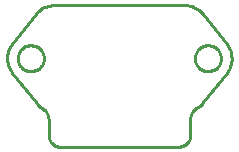
<source format=gbr>
G04 EAGLE Gerber RS-274X export*
G75*
%MOMM*%
%FSLAX34Y34*%
%LPD*%
%IN*%
%IPPOS*%
%AMOC8*
5,1,8,0,0,1.08239X$1,22.5*%
G01*
%ADD10C,0.254000*%


D10*
X-90708Y-12380D02*
X-71006Y-37380D01*
X-69867Y-38702D01*
X-68617Y-39919D01*
X-67266Y-41024D01*
X-65824Y-42006D01*
X-65099Y-42434D01*
X-64358Y-42894D01*
X-63660Y-43417D01*
X-63010Y-43999D01*
X-62413Y-44636D01*
X-61874Y-45322D01*
X-61397Y-46052D01*
X-60986Y-46821D01*
X-60643Y-47624D01*
X-60371Y-48453D01*
X-60172Y-49302D01*
X-60049Y-50166D01*
X-60001Y-51037D01*
X-60000Y-51150D01*
X-60000Y-65000D01*
X-59962Y-65872D01*
X-59848Y-66736D01*
X-59659Y-67588D01*
X-59397Y-68420D01*
X-59063Y-69226D01*
X-58660Y-70000D01*
X-58192Y-70736D01*
X-57660Y-71428D01*
X-57071Y-72071D01*
X-56428Y-72660D01*
X-55736Y-73192D01*
X-55000Y-73660D01*
X-54226Y-74063D01*
X-53420Y-74397D01*
X-52588Y-74659D01*
X-51736Y-74848D01*
X-50872Y-74962D01*
X-50000Y-75000D01*
X50000Y-75000D01*
X50872Y-74962D01*
X51736Y-74848D01*
X52588Y-74659D01*
X53420Y-74397D01*
X54226Y-74063D01*
X55000Y-73660D01*
X55736Y-73192D01*
X56428Y-72660D01*
X57071Y-72071D01*
X57660Y-71428D01*
X58192Y-70736D01*
X58660Y-70000D01*
X59063Y-69226D01*
X59397Y-68420D01*
X59659Y-67588D01*
X59848Y-66736D01*
X59962Y-65872D01*
X60000Y-65000D01*
X60000Y-51150D01*
X60038Y-50279D01*
X60152Y-49414D01*
X60341Y-48562D01*
X60603Y-47730D01*
X60937Y-46924D01*
X61340Y-46150D01*
X61809Y-45414D01*
X62340Y-44722D01*
X62929Y-44079D01*
X63573Y-43490D01*
X64265Y-42958D01*
X65001Y-42490D01*
X65099Y-42434D01*
X66581Y-41513D01*
X67978Y-40466D01*
X69278Y-39302D01*
X70471Y-38029D01*
X71006Y-37380D01*
X90708Y-12380D01*
X91727Y-10963D01*
X92619Y-9464D01*
X93377Y-7892D01*
X93995Y-6260D01*
X94468Y-4581D01*
X94793Y-2867D01*
X94968Y-1130D01*
X94990Y614D01*
X94861Y2354D01*
X94580Y4076D01*
X94150Y5768D01*
X93575Y7415D01*
X92858Y9005D01*
X92005Y10528D01*
X91023Y11970D01*
X90708Y12380D01*
X71006Y37380D01*
X69867Y38702D01*
X68617Y39919D01*
X67266Y41023D01*
X65824Y42005D01*
X64302Y42858D01*
X62712Y43575D01*
X61065Y44151D01*
X59374Y44580D01*
X57652Y44861D01*
X55912Y44991D01*
X55298Y45000D01*
X-55298Y45000D01*
X-57041Y44924D01*
X-58770Y44696D01*
X-60474Y44319D01*
X-62138Y43794D01*
X-63750Y43126D01*
X-65297Y42321D01*
X-66769Y41383D01*
X-68153Y40321D01*
X-69439Y39143D01*
X-70618Y37856D01*
X-71006Y37380D01*
X-90708Y12380D01*
X-91727Y10963D01*
X-92619Y9464D01*
X-93377Y7892D01*
X-93995Y6260D01*
X-94468Y4581D01*
X-94793Y2867D01*
X-94968Y1130D01*
X-94990Y-614D01*
X-94861Y-2354D01*
X-94580Y-4076D01*
X-94150Y-5768D01*
X-93575Y-7415D01*
X-92858Y-9005D01*
X-92005Y-10528D01*
X-91023Y-11970D01*
X-90708Y-12380D01*
X86000Y-432D02*
X86000Y432D01*
X85932Y1294D01*
X85797Y2148D01*
X85595Y2988D01*
X85328Y3810D01*
X84997Y4609D01*
X84605Y5379D01*
X84153Y6116D01*
X83645Y6815D01*
X83084Y7473D01*
X82473Y8084D01*
X81815Y8645D01*
X81116Y9153D01*
X80379Y9605D01*
X79609Y9997D01*
X78810Y10328D01*
X77988Y10595D01*
X77148Y10797D01*
X76294Y10932D01*
X75432Y11000D01*
X74568Y11000D01*
X73706Y10932D01*
X72852Y10797D01*
X72012Y10595D01*
X71190Y10328D01*
X70391Y9997D01*
X69621Y9605D01*
X68884Y9153D01*
X68185Y8645D01*
X67527Y8084D01*
X66916Y7473D01*
X66355Y6815D01*
X65847Y6116D01*
X65395Y5379D01*
X65003Y4609D01*
X64672Y3810D01*
X64405Y2988D01*
X64203Y2148D01*
X64068Y1294D01*
X64000Y432D01*
X64000Y-432D01*
X64068Y-1294D01*
X64203Y-2148D01*
X64405Y-2988D01*
X64672Y-3810D01*
X65003Y-4609D01*
X65395Y-5379D01*
X65847Y-6116D01*
X66355Y-6815D01*
X66916Y-7473D01*
X67527Y-8084D01*
X68185Y-8645D01*
X68884Y-9153D01*
X69621Y-9605D01*
X70391Y-9997D01*
X71190Y-10328D01*
X72012Y-10595D01*
X72852Y-10797D01*
X73706Y-10932D01*
X74568Y-11000D01*
X75432Y-11000D01*
X76294Y-10932D01*
X77148Y-10797D01*
X77988Y-10595D01*
X78810Y-10328D01*
X79609Y-9997D01*
X80379Y-9605D01*
X81116Y-9153D01*
X81815Y-8645D01*
X82473Y-8084D01*
X83084Y-7473D01*
X83645Y-6815D01*
X84153Y-6116D01*
X84605Y-5379D01*
X84997Y-4609D01*
X85328Y-3810D01*
X85595Y-2988D01*
X85797Y-2148D01*
X85932Y-1294D01*
X86000Y-432D01*
X-64000Y-432D02*
X-64000Y432D01*
X-64068Y1294D01*
X-64203Y2148D01*
X-64405Y2988D01*
X-64672Y3810D01*
X-65003Y4609D01*
X-65395Y5379D01*
X-65847Y6116D01*
X-66355Y6815D01*
X-66916Y7473D01*
X-67527Y8084D01*
X-68185Y8645D01*
X-68884Y9153D01*
X-69621Y9605D01*
X-70391Y9997D01*
X-71190Y10328D01*
X-72012Y10595D01*
X-72852Y10797D01*
X-73706Y10932D01*
X-74568Y11000D01*
X-75432Y11000D01*
X-76294Y10932D01*
X-77148Y10797D01*
X-77988Y10595D01*
X-78810Y10328D01*
X-79609Y9997D01*
X-80379Y9605D01*
X-81116Y9153D01*
X-81815Y8645D01*
X-82473Y8084D01*
X-83084Y7473D01*
X-83645Y6815D01*
X-84153Y6116D01*
X-84605Y5379D01*
X-84997Y4609D01*
X-85328Y3810D01*
X-85595Y2988D01*
X-85797Y2148D01*
X-85932Y1294D01*
X-86000Y432D01*
X-86000Y-432D01*
X-85932Y-1294D01*
X-85797Y-2148D01*
X-85595Y-2988D01*
X-85328Y-3810D01*
X-84997Y-4609D01*
X-84605Y-5379D01*
X-84153Y-6116D01*
X-83645Y-6815D01*
X-83084Y-7473D01*
X-82473Y-8084D01*
X-81815Y-8645D01*
X-81116Y-9153D01*
X-80379Y-9605D01*
X-79609Y-9997D01*
X-78810Y-10328D01*
X-77988Y-10595D01*
X-77148Y-10797D01*
X-76294Y-10932D01*
X-75432Y-11000D01*
X-74568Y-11000D01*
X-73706Y-10932D01*
X-72852Y-10797D01*
X-72012Y-10595D01*
X-71190Y-10328D01*
X-70391Y-9997D01*
X-69621Y-9605D01*
X-68884Y-9153D01*
X-68185Y-8645D01*
X-67527Y-8084D01*
X-66916Y-7473D01*
X-66355Y-6815D01*
X-65847Y-6116D01*
X-65395Y-5379D01*
X-65003Y-4609D01*
X-64672Y-3810D01*
X-64405Y-2988D01*
X-64203Y-2148D01*
X-64068Y-1294D01*
X-64000Y-432D01*
M02*

</source>
